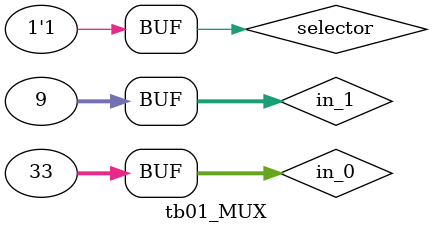
<source format=v>
`timescale 1ns / 1ps

module tb01_MUX(
    );
    reg selector;
    reg [32-1:0] in_0;
    reg [32-1:0] in_1;
    wire [32-1:0] out_mux;
    
    MUX uut(
        selector,in_0,in_1,
        out_mux
        );
    
    initial begin
        selector = 0;
        in_0 = 0;
        in_1 = 0;
        
        #100
        in_0 = 4;
        in_1 = 9;
        #100
        selector = 1;
        #100
        in_0 = 33;
        #50
        selector = 0;
        #200
        selector = 1;
    end
endmodule

</source>
